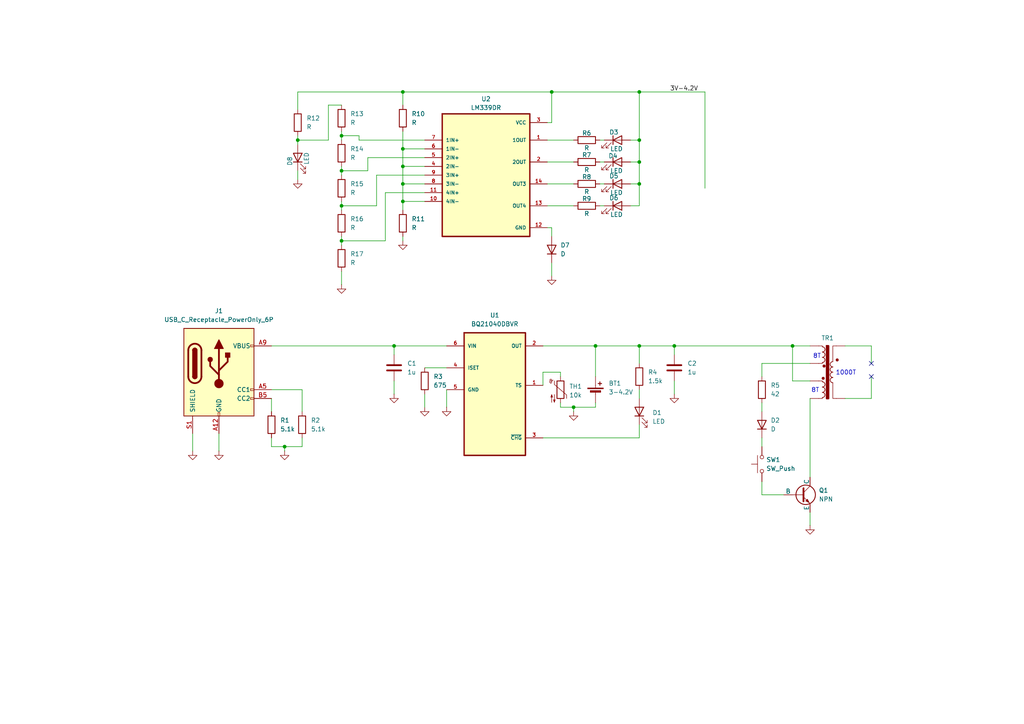
<source format=kicad_sch>
(kicad_sch (version 20250114) (generator "eeschema") (generator_version "9.0")
  (paper "A4")
  (lib_symbols
    (symbol "AlphaF:BQ21040DBVR" (pin_names (offset 1.016))
      (property "Reference" "U1" (at 0 15.24 0))
      (property "Value" "BQ21040DBVR" (at 0 12.7 0))
      (symbol "BQ21040DBVR_0_0"
        (rectangle (start -8.89 10.16) (end 8.89 -25.4) (stroke (width 0.41)) (fill (type background)))
        (pin input line (at -13.97 6.35 0) (length 5.08) (name "VIN") (number "6"))
        (pin input line (at -13.97 0 0) (length 5.08) (name "ISET") (number "4"))
        (pin power_in line (at -13.97 -6.35 0) (length 5.08) (name "GND") (number "5"))
        (pin output line (at 13.97 6.35 180) (length 5.08) (name "OUT") (number "2"))
        (pin input line (at 13.97 -5.08 180) (length 5.08) (name "TS") (number "1"))
        (pin output line (at 13.97 -20.32 180) (length 5.08) (name "~{CHG}") (number "3"))
      )
    )
    (symbol "AlphaF:LM339DR" (pin_names (offset 1.016))
      (property "Reference" "U2" (at 0 22.86 0))
      (property "Value" "LM339DR" (at 0 20.32 0))
      (symbol "LM339DR_0_0"
        (rectangle (start -12.7 17.78) (end 12.7 -17.78) (stroke (width 0.41)) (fill (type background)))
        (pin input line (at -17.78 10.16 0) (length 5.08) (name "1IN+") (number "7"))
        (pin input line (at -17.78 7.62 0) (length 5.08) (name "1IN-") (number "6"))
        (pin input line (at -17.78 5.08 0) (length 5.08) (name "2IN+") (number "5"))
        (pin input line (at -17.78 2.54 0) (length 5.08) (name "2IN-") (number "4"))
        (pin input line (at -17.78 0 0) (length 5.08) (name "3IN+") (number "9"))
        (pin input line (at -17.78 -2.54 0) (length 5.08) (name "3IN-") (number "8"))
        (pin input line (at -17.78 -5.08 0) (length 5.08) (name "4IN+") (number "11"))
        (pin input line (at -17.78 -7.62 0) (length 5.08) (name "4IN-") (number "10"))
        (pin power_in line (at 17.78 15.24 180) (length 5.08) (name "VCC") (number "3"))
        (pin output line (at 17.78 10.16 180) (length 5.08) (name "1OUT") (number "1"))
        (pin output line (at 17.78 3.81 180) (length 5.08) (name "2OUT") (number "2"))
        (pin output line (at 17.78 -2.54 180) (length 5.08) (name "OUT3") (number "14"))
        (pin output line (at 17.78 -8.89 180) (length 5.08) (name "OUT4") (number "13"))
        (pin power_in line (at 17.78 -15.24 180) (length 5.08) (name "GND") (number "12"))
      )
    )
    (symbol "Connector:USB_C_Receptacle_PowerOnly_6P" (pin_names (offset 1.016))
      (property "Reference" "J" (at 0 16.51 0))
      (property "Value" "USB_C_Receptacle_PowerOnly_6P" (at 0 13.97 0))
      (symbol "USB_C_Receptacle_PowerOnly_6P_0_0"
        (rectangle (start -0.254 -12.7) (end 0.254 -11.684))
        (rectangle (start 10.16 7.874) (end 9.144 7.366))
        (rectangle (start 10.16 -4.826) (end 9.144 -5.334))
        (rectangle (start 10.16 -7.366) (end 9.144 -7.874))
      )
      (symbol "USB_C_Receptacle_PowerOnly_6P_0_1"
        (rectangle (start -10.16 12.7) (end 10.16 -12.7) (stroke (width 0.254)) (fill (type background)))
        (polyline (pts (xy -8.89 -1.27) (xy -8.89 6.35)) (stroke (width 0.508)))
        (rectangle (start -7.62 -1.27) (end -6.35 6.35) (stroke (width 0.254)) (fill (type outline)))
        (arc (start -7.62 6.35) (mid -6.985 6.9823) (end -6.35 6.35) (stroke (width 0.254)))
        (arc (start -7.62 6.35) (mid -6.985 6.9823) (end -6.35 6.35) (stroke (width 0.254)) (fill (type outline)))
        (arc (start -8.89 6.35) (mid -6.985 8.2467) (end -5.08 6.35) (stroke (width 0.508)))
        (arc (start -5.08 -1.27) (mid -6.985 -3.1667) (end -8.89 -1.27) (stroke (width 0.508)))
        (arc (start -6.35 -1.27) (mid -6.985 -1.9023) (end -7.62 -1.27) (stroke (width 0.254)))
        (arc (start -6.35 -1.27) (mid -6.985 -1.9023) (end -7.62 -1.27) (stroke (width 0.254)) (fill (type outline)))
        (polyline (pts (xy -5.08 6.35) (xy -5.08 -1.27)) (stroke (width 0.508)))
        (circle (center -2.54 3.683) (radius 0.635) (stroke (width 0.254)) (fill (type outline)))
        (polyline (pts (xy -1.27 6.858) (xy 0 9.398) (xy 1.27 6.858) (xy -1.27 6.858)) (stroke (width 0.254)) (fill (type outline)))
        (polyline (pts (xy 0 0.508) (xy 2.54 3.048) (xy 2.54 4.318)) (stroke (width 0.508)))
        (polyline (pts (xy 0 -0.762) (xy -2.54 1.778) (xy -2.54 3.048)) (stroke (width 0.508)))
        (polyline (pts (xy 0 -3.302) (xy 0 6.858)) (stroke (width 0.508)))
        (circle (center 0 -3.302) (radius 1.27) (fill (type outline)))
        (rectangle (start 1.905 4.318) (end 3.175 5.588) (stroke (width 0.254)) (fill (type outline)))
      )
      (symbol "USB_C_Receptacle_PowerOnly_6P_1_1"
        (pin passive line (at -7.62 -17.78 90) (length 5.08) (name "SHIELD") (number "S1"))
        (pin passive line (at 0 -17.78 90) (length 5.08) (name "GND") (number "A12"))
        (pin passive line (at 0 -17.78 90) (length 5.08) (hide yes) (name "GND") (number "B12"))
        (pin passive line (at 15.24 7.62 180) (length 5.08) (name "VBUS") (number "A9"))
        (pin passive line (at 15.24 7.62 180) (length 5.08) (hide yes) (name "VBUS") (number "B9"))
        (pin bidirectional line (at 15.24 -5.08 180) (length 5.08) (name "CC1") (number "A5"))
        (pin bidirectional line (at 15.24 -7.62 180) (length 5.08) (name "CC2") (number "B5"))
      )
    )
    (symbol "Device:Battery_Cell" (pin_numbers (hide yes)) (pin_names (offset 0) (hide yes))
      (property "Reference" "BT" (at 2.54 2.54 0))
      (property "Value" "Battery_Cell" (at 2.54 0 0))
      (symbol "Battery_Cell_0_1"
        (rectangle (start -2.286 1.778) (end 2.286 1.524) (fill (type outline)))
        (rectangle (start -1.524 1.016) (end 1.524 0.508) (fill (type outline)))
        (polyline (pts (xy 0 1.778) (xy 0 2.54)))
        (polyline (pts (xy 0 0.762) (xy 0 0)))
        (polyline (pts (xy 0.762 3.048) (xy 1.778 3.048)) (stroke (width 0.254)))
        (polyline (pts (xy 1.27 3.556) (xy 1.27 2.54)) (stroke (width 0.254)))
      )
      (symbol "Battery_Cell_1_1"
        (pin passive line (at 0 5.08 270) (length 2.54) (name "+") (number "1"))
        (pin passive line (at 0 -2.54 90) (length 2.54) (name "-") (number "2"))
      )
    )
    (symbol "Device:C" (pin_numbers (hide yes)) (pin_names (offset 0.254))
      (property "Reference" "C" (at 0.635 2.54 0))
      (property "Value" "C" (at 0.635 -2.54 0))
      (symbol "C_0_1"
        (polyline (pts (xy -2.032 0.762) (xy 2.032 0.762)) (stroke (width 0.508)))
        (polyline (pts (xy -2.032 -0.762) (xy 2.032 -0.762)) (stroke (width 0.508)))
      )
      (symbol "C_1_1"
        (pin passive line (at 0 3.81 270) (length 2.794) (name "~") (number "1"))
        (pin passive line (at 0 -3.81 90) (length 2.794) (name "~") (number "2"))
      )
    )
    (symbol "Device:D" (pin_numbers (hide yes)) (pin_names (offset 1.016) (hide yes))
      (property "Reference" "D" (at 0 2.54 0))
      (property "Value" "D" (at 0 -2.54 0))
      (symbol "D_0_1"
        (polyline (pts (xy -1.27 1.27) (xy -1.27 -1.27)) (stroke (width 0.254)))
        (polyline (pts (xy 1.27 1.27) (xy 1.27 -1.27) (xy -1.27 0) (xy 1.27 1.27)) (stroke (width 0.254)))
        (polyline (pts (xy 1.27 0) (xy -1.27 0)))
      )
      (symbol "D_1_1"
        (pin passive line (at -3.81 0 0) (length 2.54) (name "K") (number "1"))
        (pin passive line (at 3.81 0 180) (length 2.54) (name "A") (number "2"))
      )
    )
    (symbol "Device:LED" (pin_numbers (hide yes)) (pin_names (offset 1.016) (hide yes))
      (property "Reference" "D" (at 0 2.54 0))
      (property "Value" "LED" (at 0 -2.54 0))
      (symbol "LED_0_1"
        (polyline (pts (xy -3.048 -0.762) (xy -4.572 -2.286) (xy -3.81 -2.286) (xy -4.572 -2.286) (xy -4.572 -1.524)))
        (polyline (pts (xy -1.778 -0.762) (xy -3.302 -2.286) (xy -2.54 -2.286) (xy -3.302 -2.286) (xy -3.302 -1.524)))
        (polyline (pts (xy -1.27 0) (xy 1.27 0)))
        (polyline (pts (xy -1.27 -1.27) (xy -1.27 1.27)) (stroke (width 0.254)))
        (polyline (pts (xy 1.27 -1.27) (xy 1.27 1.27) (xy -1.27 0) (xy 1.27 -1.27)) (stroke (width 0.254)))
      )
      (symbol "LED_1_1"
        (pin passive line (at -3.81 0 0) (length 2.54) (name "K") (number "1"))
        (pin passive line (at 3.81 0 180) (length 2.54) (name "A") (number "2"))
      )
    )
    (symbol "Device:R" (pin_numbers (hide yes)) (pin_names (offset 0))
      (property "Reference" "R" (at 2.032 0 90))
      (property "Value" "R" (at 0 0 90))
      (symbol "R_0_1"
        (rectangle (start -1.016 -2.54) (end 1.016 2.54) (stroke (width 0.254)))
      )
      (symbol "R_1_1"
        (pin passive line (at 0 3.81 270) (length 1.27) (name "~") (number "1"))
        (pin passive line (at 0 -3.81 90) (length 1.27) (name "~") (number "2"))
      )
    )
    (symbol "Device:Thermistor_NTC" (pin_numbers (hide yes)) (pin_names (offset 0))
      (property "Reference" "TH" (at -4.445 0 90))
      (property "Value" "Thermistor_NTC" (at 3.175 0 90))
      (symbol "Thermistor_NTC_0_1"
        (arc (start -3.175 2.413) (mid -3.0506 2.3165) (end -3.048 2.159))
        (arc (start -3.048 2.794) (mid -2.9736 2.9736) (end -2.794 3.048))
        (arc (start -2.794 3.048) (mid -2.6144 2.9736) (end -2.54 2.794))
        (arc (start -2.794 2.54) (mid -2.9736 2.6144) (end -3.048 2.794))
        (arc (start -2.794 1.905) (mid -2.9736 1.9794) (end -3.048 2.159))
        (arc (start -2.54 2.159) (mid -2.6144 1.9794) (end -2.794 1.905))
        (arc (start -2.159 2.794) (mid -2.434 2.5608) (end -2.794 2.54))
        (polyline (pts (xy -2.54 2.159) (xy -2.54 2.794)))
        (polyline (pts (xy -2.54 -3.683) (xy -2.54 -1.397) (xy -2.794 -2.159) (xy -2.286 -2.159) (xy -2.54 -1.397) (xy -2.54 -1.651)) (fill (type outline)))
        (polyline (pts (xy -1.778 2.54) (xy -1.778 1.524) (xy 1.778 -1.524) (xy 1.778 -2.54)))
        (polyline (pts (xy -1.778 -1.397) (xy -1.778 -3.683) (xy -2.032 -2.921) (xy -1.524 -2.921) (xy -1.778 -3.683) (xy -1.778 -3.429)) (fill (type outline)))
        (rectangle (start -1.016 2.54) (end 1.016 -2.54) (stroke (width 0.254)))
      )
      (symbol "Thermistor_NTC_1_1"
        (pin passive line (at 0 3.81 270) (length 1.27) (name "~") (number "1"))
        (pin passive line (at 0 -3.81 90) (length 1.27) (name "~") (number "2"))
      )
    )
    (symbol "Simulation_SPICE:NPN" (pin_numbers (hide yes)) (pin_names (offset 0))
      (property "Reference" "Q" (at -2.54 7.62 0))
      (property "Value" "NPN" (at -2.54 5.08 0))
      (symbol "NPN_0_1"
        (polyline (pts (xy -2.54 0) (xy 0.635 0)) (stroke (width 0.1524)))
        (polyline (pts (xy 0.635 1.905) (xy 0.635 -1.905) (xy 0.635 -1.905)) (stroke (width 0.508)))
        (polyline (pts (xy 0.635 0.635) (xy 2.54 2.54)))
        (polyline (pts (xy 0.635 -0.635) (xy 2.54 -2.54) (xy 2.54 -2.54)))
        (circle (center 1.27 0) (radius 2.8194) (stroke (width 0.254)))
        (polyline (pts (xy 1.27 -1.778) (xy 1.778 -1.27) (xy 2.286 -2.286) (xy 1.27 -1.778) (xy 1.27 -1.778)) (fill (type outline)))
        (polyline (pts (xy 2.794 -1.27) (xy 2.794 -1.27)) (stroke (width 0.1524)))
        (polyline (pts (xy 2.794 -1.27) (xy 2.794 -1.27)) (stroke (width 0.1524)))
      )
      (symbol "NPN_1_1"
        (pin input line (at -5.08 0 0) (length 2.54) (name "B") (number "2"))
        (pin open_collector line (at 2.54 5.08 270) (length 2.54) (name "C") (number "1"))
        (pin open_emitter line (at 2.54 -5.08 90) (length 2.54) (name "E") (number "3"))
      )
    )
    (symbol "Switch:SW_Push" (pin_numbers (hide yes)) (pin_names (offset 1.016) (hide yes))
      (property "Reference" "SW" (at 1.27 2.54 0))
      (property "Value" "SW_Push" (at 0 -1.524 0))
      (symbol "SW_Push_0_1"
        (circle (center -2.032 0) (radius 0.508))
        (polyline (pts (xy 0 1.27) (xy 0 3.048)))
        (circle (center 2.032 0) (radius 0.508))
        (polyline (pts (xy 2.54 1.27) (xy -2.54 1.27)))
        (pin passive line (at -5.08 0 0) (length 2.54) (name "1") (number "1"))
        (pin passive line (at 5.08 0 180) (length 2.54) (name "2") (number "2"))
      )
    )
    (symbol "Transformer:TRANSF3" (pin_numbers (hide yes)) (pin_names (offset 0))
      (property "Reference" "TR" (at 0 8.89 0))
      (property "Value" "TRANSF3" (at 0 -8.89 0))
      (symbol "TRANSF3_0_1"
        (polyline (pts (xy -2.54 -7.62) (xy -1.524 -7.62) (xy -1.524 -3.048) (xy -1.524 -4.318)))
        (arc (start -1.524 3.048) (mid -0.7653 2.286) (end -1.524 1.524) (stroke (width 0.2032)))
        (arc (start -1.524 1.524) (mid -0.7653 0.762) (end -1.524 0) (stroke (width 0.2032)))
        (arc (start -1.524 0) (mid -0.7653 -0.762) (end -1.524 -1.524) (stroke (width 0.2032)))
        (arc (start -1.524 -1.524) (mid -0.7653 -2.286) (end -1.524 -3.048) (stroke (width 0.2032)))
        (polyline (pts (xy -1.524 3.048) (xy -1.524 7.62) (xy -2.54 7.62)))
        (rectangle (start -0.254 7.62) (end 0.254 -7.62) (stroke (width 0.508)) (fill (type outline)))
        (polyline (pts (xy 1.524 7.62) (xy 1.524 7.366) (xy 1.524 7.366)) (fill (type outline)))
        (polyline (pts (xy 1.524 7.62) (xy 2.54 7.62) (xy 2.54 7.62)))
        (polyline (pts (xy 1.524 2.54) (xy 1.524 2.794) (xy 1.524 2.794)) (fill (type outline)))
        (polyline (pts (xy 1.524 2.54) (xy 2.54 2.54) (xy 2.54 2.54)))
        (polyline (pts (xy 1.524 -2.54) (xy 1.524 -2.794) (xy 1.524 -2.794)) (fill (type outline)))
        (polyline (pts (xy 1.524 -2.54) (xy 2.54 -2.54) (xy 2.54 -2.54)))
        (polyline (pts (xy 1.524 -7.366) (xy 1.524 -7.62) (xy 1.524 -7.62)) (fill (type outline)))
        (arc (start 1.524 5.842) (mid 0.7653 6.604) (end 1.524 7.366) (stroke (width 0.2032)))
        (arc (start 1.524 4.318) (mid 0.7653 5.08) (end 1.524 5.842) (stroke (width 0.2032)))
        (arc (start 1.524 2.794) (mid 0.7653 3.556) (end 1.524 4.318) (stroke (width 0.2032)))
        (arc (start 1.524 -4.318) (mid 0.7653 -3.556) (end 1.524 -2.794) (stroke (width 0.2032)))
        (arc (start 1.524 -5.842) (mid 0.7653 -5.08) (end 1.524 -4.318) (stroke (width 0.2032)))
        (arc (start 1.524 -7.366) (mid 0.7653 -6.604) (end 1.524 -5.842) (stroke (width 0.2032)))
        (polyline (pts (xy 2.54 -7.62) (xy 1.524 -7.62) (xy 1.524 -7.62)))
      )
      (symbol "TRANSF3_1_1"
        (pin passive line (at -5.08 7.62 0) (length 2.54) (name "~") (number "1"))
        (pin passive line (at -5.08 -7.62 0) (length 2.54) (name "~") (number "2"))
        (pin passive line (at 5.08 7.62 180) (length 2.54) (name "~") (number "3"))
        (pin passive line (at 5.08 2.54 180) (length 2.54) (name "~") (number "4"))
        (pin passive line (at 5.08 -2.54 180) (length 2.54) (name "~") (number "5"))
        (pin passive line (at 5.08 -7.62 180) (length 2.54) (name "~") (number "6"))
      )
    )
    (symbol "power:GND" (power) (pin_numbers (hide yes)) (pin_names (offset 0) (hide yes))
      (property "Value" "GND" (at 0 -3.81 0))
      (symbol "GND_0_1"
        (polyline (pts (xy 0 0) (xy 0 -1.27) (xy 1.27 -1.27) (xy 0 -2.54) (xy -1.27 -1.27) (xy 0 -1.27)))
      )
      (symbol "GND_1_1"
        (pin power_in line (at 0 0 270) (length 0) (name "~") (number "1"))
      )
    )
  )
  (circle (center 238.76 109.728) (radius 0.3592) (stroke (width 0) (color 132 0 0 1)) (fill (type color) (color 132 0 0 1)))
  (circle (center 242.824 104.394) (radius 0.3592) (stroke (width 0) (color 132 0 0 1)) (fill (type color) (color 132 0 0 1)))
  (circle (center 239.014 106.172) (radius 0.3592) (stroke (width 0) (color 132 0 0 1)) (fill (type color) (color 132 0 0 1)))
  (text "8T\n" (at 236.474 113.284 0) (effects (font (size 1.27 1.27))))
  (text "1000T\n" (at 245.364 108.204 0) (effects (font (size 1.27 1.27))))
  (text "8T\n" (at 236.982 103.378 0) (effects (font (size 1.27 1.27))))
  (junction (at 82.55 129.54))
  (junction (at 116.84 43.18))
  (junction (at 114.3 100.33))
  (junction (at 99.06 69.85))
  (junction (at 99.06 49.53))
  (junction (at 185.42 46.99))
  (junction (at 185.42 100.33))
  (junction (at 116.84 48.26))
  (junction (at 185.42 53.34))
  (junction (at 116.84 26.67))
  (junction (at 166.37 118.11))
  (junction (at 229.87 100.33))
  (junction (at 99.06 39.37))
  (junction (at 160.02 26.67))
  (junction (at 116.84 58.42))
  (junction (at 86.36 40.64))
  (junction (at 185.42 26.67))
  (junction (at 195.58 100.33))
  (junction (at 172.72 100.33))
  (junction (at 185.42 40.64))
  (junction (at 99.06 59.69))
  (junction (at 116.84 53.34))
  (no_connect (at 252.73 109.22))
  (no_connect (at 252.73 105.41))
  (wire (pts (xy 160.02 66.04) (xy 160.02 68.58)))
  (wire (pts (xy 185.42 53.34) (xy 182.88 53.34)))
  (wire (pts (xy 234.95 148.59) (xy 234.95 152.4)))
  (wire (pts (xy 99.06 38.1) (xy 99.06 39.37)))
  (wire (pts (xy 162.56 107.95) (xy 162.56 109.22)))
  (wire (pts (xy 185.42 46.99) (xy 185.42 40.64)))
  (wire (pts (xy 195.58 110.49) (xy 195.58 114.3)))
  (wire (pts (xy 185.42 100.33) (xy 185.42 105.41)))
  (wire (pts (xy 99.06 48.26) (xy 99.06 49.53)))
  (wire (pts (xy 86.36 39.37) (xy 86.36 40.64)))
  (wire (pts (xy 99.06 49.53) (xy 99.06 50.8)))
  (wire (pts (xy 185.42 53.34) (xy 185.42 46.99)))
  (wire (pts (xy 173.99 46.99) (xy 175.26 46.99)))
  (wire (pts (xy 185.42 113.03) (xy 185.42 115.57)))
  (wire (pts (xy 220.98 105.41) (xy 220.98 109.22)))
  (wire (pts (xy 160.02 80.01) (xy 160.02 76.2)))
  (wire (pts (xy 173.99 59.69) (xy 175.26 59.69)))
  (wire (pts (xy 104.14 40.64) (xy 104.14 39.37)))
  (wire (pts (xy 158.75 59.69) (xy 166.37 59.69)))
  (wire (pts (xy 185.42 26.67) (xy 204.47 26.67)))
  (wire (pts (xy 162.56 118.11) (xy 162.56 116.84)))
  (wire (pts (xy 220.98 127) (xy 220.98 129.54)))
  (wire (pts (xy 87.63 129.54) (xy 82.55 129.54)))
  (wire (pts (xy 185.42 40.64) (xy 182.88 40.64)))
  (wire (pts (xy 109.22 59.69) (xy 99.06 59.69)))
  (wire (pts (xy 86.36 26.67) (xy 116.84 26.67)))
  (wire (pts (xy 82.55 129.54) (xy 78.74 129.54)))
  (wire (pts (xy 172.72 118.11) (xy 166.37 118.11)))
  (wire (pts (xy 99.06 58.42) (xy 99.06 59.69)))
  (wire (pts (xy 123.19 106.68) (xy 129.54 106.68)))
  (wire (pts (xy 87.63 113.03) (xy 78.74 113.03)))
  (wire (pts (xy 166.37 118.11) (xy 166.37 119.38)))
  (wire (pts (xy 86.36 26.67) (xy 86.36 31.75)))
  (wire (pts (xy 78.74 100.33) (xy 114.3 100.33)))
  (wire (pts (xy 86.36 40.64) (xy 86.36 41.91)))
  (wire (pts (xy 99.06 69.85) (xy 99.06 71.12)))
  (wire (pts (xy 123.19 114.3) (xy 123.19 118.11)))
  (wire (pts (xy 111.76 55.88) (xy 111.76 69.85)))
  (wire (pts (xy 116.84 48.26) (xy 123.19 48.26)))
  (wire (pts (xy 157.48 107.95) (xy 162.56 107.95)))
  (wire (pts (xy 123.19 40.64) (xy 104.14 40.64)))
  (wire (pts (xy 234.95 110.49) (xy 229.87 110.49)))
  (wire (pts (xy 129.54 118.11) (xy 129.54 113.03)))
  (wire (pts (xy 220.98 116.84) (xy 220.98 119.38)))
  (wire (pts (xy 229.87 110.49) (xy 229.87 100.33)))
  (wire (pts (xy 157.48 111.76) (xy 157.48 107.95)))
  (wire (pts (xy 104.14 39.37) (xy 99.06 39.37)))
  (wire (pts (xy 195.58 100.33) (xy 195.58 102.87)))
  (wire (pts (xy 185.42 46.99) (xy 182.88 46.99)))
  (wire (pts (xy 245.11 100.33) (xy 252.73 100.33)))
  (wire (pts (xy 123.19 45.72) (xy 106.68 45.72)))
  (wire (pts (xy 95.25 30.48) (xy 95.25 40.64)))
  (wire (pts (xy 185.42 59.69) (xy 185.42 53.34)))
  (wire (pts (xy 185.42 59.69) (xy 182.88 59.69)))
  (wire (pts (xy 99.06 39.37) (xy 99.06 40.64)))
  (wire (pts (xy 116.84 58.42) (xy 116.84 60.96)))
  (wire (pts (xy 160.02 35.56) (xy 158.75 35.56)))
  (wire (pts (xy 106.68 49.53) (xy 99.06 49.53)))
  (wire (pts (xy 172.72 100.33) (xy 172.72 109.22)))
  (wire (pts (xy 172.72 116.84) (xy 172.72 118.11)))
  (wire (pts (xy 166.37 118.11) (xy 162.56 118.11)))
  (wire (pts (xy 99.06 68.58) (xy 99.06 69.85)))
  (wire (pts (xy 160.02 26.67) (xy 185.42 26.67)))
  (wire (pts (xy 111.76 69.85) (xy 99.06 69.85)))
  (wire (pts (xy 116.84 43.18) (xy 123.19 43.18)))
  (wire (pts (xy 173.99 40.64) (xy 175.26 40.64)))
  (wire (pts (xy 87.63 127) (xy 87.63 129.54)))
  (wire (pts (xy 234.95 115.57) (xy 234.95 138.43)))
  (wire (pts (xy 86.36 49.53) (xy 86.36 52.07)))
  (wire (pts (xy 116.84 53.34) (xy 123.19 53.34)))
  (wire (pts (xy 114.3 110.49) (xy 114.3 114.3)))
  (wire (pts (xy 185.42 123.19) (xy 185.42 127)))
  (wire (pts (xy 82.55 129.54) (xy 82.55 130.81)))
  (wire (pts (xy 95.25 40.64) (xy 86.36 40.64)))
  (wire (pts (xy 195.58 100.33) (xy 229.87 100.33)))
  (wire (pts (xy 116.84 68.58) (xy 116.84 69.85)))
  (wire (pts (xy 220.98 143.51) (xy 227.33 143.51)))
  (wire (pts (xy 116.84 26.67) (xy 116.84 30.48)))
  (wire (pts (xy 252.73 100.33) (xy 252.73 105.41)))
  (wire (pts (xy 158.75 46.99) (xy 166.37 46.99)))
  (wire (pts (xy 158.75 40.64) (xy 166.37 40.64)))
  (wire (pts (xy 220.98 105.41) (xy 234.95 105.41)))
  (wire (pts (xy 220.98 139.7) (xy 220.98 143.51)))
  (wire (pts (xy 185.42 100.33) (xy 195.58 100.33)))
  (wire (pts (xy 252.73 109.22) (xy 252.73 115.57)))
  (wire (pts (xy 173.99 53.34) (xy 175.26 53.34)))
  (wire (pts (xy 160.02 66.04) (xy 158.75 66.04)))
  (wire (pts (xy 158.75 53.34) (xy 166.37 53.34)))
  (wire (pts (xy 116.84 48.26) (xy 116.84 53.34)))
  (wire (pts (xy 116.84 43.18) (xy 116.84 48.26)))
  (wire (pts (xy 245.11 115.57) (xy 252.73 115.57)))
  (wire (pts (xy 116.84 38.1) (xy 116.84 43.18)))
  (wire (pts (xy 114.3 100.33) (xy 129.54 100.33)))
  (wire (pts (xy 99.06 78.74) (xy 99.06 82.55)))
  (wire (pts (xy 114.3 100.33) (xy 114.3 102.87)))
  (wire (pts (xy 87.63 119.38) (xy 87.63 113.03)))
  (wire (pts (xy 172.72 100.33) (xy 185.42 100.33)))
  (wire (pts (xy 116.84 53.34) (xy 116.84 58.42)))
  (wire (pts (xy 204.47 26.67) (xy 204.47 54.61)))
  (wire (pts (xy 116.84 26.67) (xy 160.02 26.67)))
  (wire (pts (xy 63.5 125.73) (xy 63.5 130.81)))
  (wire (pts (xy 109.22 50.8) (xy 109.22 59.69)))
  (wire (pts (xy 123.19 55.88) (xy 111.76 55.88)))
  (wire (pts (xy 99.06 59.69) (xy 99.06 60.96)))
  (wire (pts (xy 116.84 58.42) (xy 123.19 58.42)))
  (wire (pts (xy 78.74 127) (xy 78.74 129.54)))
  (wire (pts (xy 78.74 115.57) (xy 78.74 119.38)))
  (wire (pts (xy 185.42 127) (xy 157.48 127)))
  (wire (pts (xy 123.19 50.8) (xy 109.22 50.8)))
  (wire (pts (xy 229.87 100.33) (xy 234.95 100.33)))
  (wire (pts (xy 106.68 45.72) (xy 106.68 49.53)))
  (wire (pts (xy 185.42 26.67) (xy 185.42 40.64)))
  (wire (pts (xy 55.88 125.73) (xy 55.88 130.81)))
  (wire (pts (xy 157.48 100.33) (xy 172.72 100.33)))
  (wire (pts (xy 99.06 30.48) (xy 95.25 30.48)))
  (wire (pts (xy 160.02 26.67) (xy 160.02 35.56)))
  (label "3V-4.2V" (at 194.31 26.67 0))
  (symbol (lib_id "power:GND") (at 234.95 152.4 0) (unit 1)
    (property "Reference" "#PWR09" (effects (hide yes)))
    (property "Value" "GND" (effects (hide yes)))
    (property "Description" "Power symbol creates a global label with name \"GND\" , ground" (effects (hide yes)))
  )
  (symbol (lib_id "power:GND") (at 86.36 52.07 0) (unit 1)
    (property "Reference" "#PWR012" (effects (hide yes)))
    (property "Value" "GND" (effects (hide yes)))
    (property "Description" "Power symbol creates a global label with name \"GND\" , ground" (effects (hide yes)))
  )
  (symbol (lib_id "Device:R") (at 170.18 59.69 90) (unit 1)
    (property "Reference" "R9" (at 170.18 57.658 90))
    (property "Value" "R" (at 170.18 61.976 90))
    (property "Description" "Resistor" (effects (hide yes)))
  )
  (symbol (lib_id "Device:R") (at 99.06 34.29 0) (unit 1)
    (property "Reference" "R13" (at 101.6 33.0199 0) (effects (justify left)))
    (property "Value" "R" (at 101.6 35.5599 0) (effects (justify left)))
    (property "Description" "Resistor" (effects (hide yes)))
  )
  (symbol (lib_id "Simulation_SPICE:NPN") (at 232.41 143.51 0) (unit 1)
    (property "Reference" "Q1" (at 237.49 142.2399 0) (effects (justify left)))
    (property "Value" "NPN" (at 237.49 144.7799 0) (effects (justify left)))
    (property "Datasheet" "https://ngspice.sourceforge.io/docs/ngspice-html-manual/manual.xhtml#cha_BJTs" (effects (hide yes)))
    (property "Description" "Bipolar transistor symbol for simulation only, substrate tied to the emitter" (effects (hide yes)))
    (property "Sim.Device" "NPN" (effects (hide yes)))
    (property "Sim.Type" "GUMMELPOON" (effects (hide yes)))
    (property "Sim.Pins" "1=C 2=B 3=E" (effects (hide yes)))
  )
  (symbol (lib_id "power:GND") (at 82.55 130.81 0) (unit 1)
    (property "Reference" "#PWR03" (effects (hide yes)))
    (property "Value" "GND" (effects (hide yes)))
    (property "Description" "Power symbol creates a global label with name \"GND\" , ground" (effects (hide yes)))
  )
  (symbol (lib_id "Device:R") (at 170.18 40.64 90) (unit 1)
    (property "Reference" "R6" (at 170.18 38.608 90))
    (property "Value" "R" (at 170.18 42.926 90))
    (property "Description" "Resistor" (effects (hide yes)))
  )
  (symbol (lib_id "power:GND") (at 99.06 82.55 0) (unit 1)
    (property "Reference" "#PWR013" (effects (hide yes)))
    (property "Value" "GND" (effects (hide yes)))
    (property "Description" "Power symbol creates a global label with name \"GND\" , ground" (effects (hide yes)))
  )
  (symbol (lib_id "Device:LED") (at 179.07 46.99 0) (unit 1)
    (property "Reference" "D4" (at 177.8 45.212 0))
    (property "Value" "LED" (at 178.816 49.53 0))
    (property "Description" "Light emitting diode" (effects (hide yes)))
    (property "Sim.Pins" "1=K 2=A" (effects (hide yes)))
  )
  (symbol (lib_id "Device:LED") (at 185.42 119.38 90) (unit 1)
    (property "Reference" "D1" (at 189.23 119.6974 90) (effects (justify right)))
    (property "Value" "LED" (at 189.23 122.2374 90) (effects (justify right)))
    (property "Footprint" "Diode_SMD:D_0603_1608Metric_Pad1.05x0.95mm_HandSolder" (effects (hide yes)))
    (property "Description" "Light emitting diode" (effects (hide yes)))
    (property "Sim.Pins" "1=K 2=A" (effects (hide yes)))
  )
  (symbol (lib_id "power:GND") (at 123.19 118.11 0) (unit 1)
    (property "Reference" "#PWR05" (effects (hide yes)))
    (property "Value" "GND" (effects (hide yes)))
    (property "Description" "Power symbol creates a global label with name \"GND\" , ground" (effects (hide yes)))
  )
  (symbol (lib_id "power:GND") (at 166.37 119.38 0) (unit 1)
    (property "Reference" "#PWR07" (effects (hide yes)))
    (property "Value" "GND" (effects (hide yes)))
    (property "Description" "Power symbol creates a global label with name \"GND\" , ground" (effects (hide yes)))
  )
  (symbol (lib_id "Device:R") (at 170.18 46.99 90) (unit 1)
    (property "Reference" "R7" (at 170.18 44.958 90))
    (property "Value" "R" (at 170.18 49.276 90))
    (property "Description" "Resistor" (effects (hide yes)))
  )
  (symbol (lib_id "Device:R") (at 78.74 123.19 0) (unit 1)
    (property "Reference" "R1" (at 81.28 121.9199 0) (effects (justify left)))
    (property "Value" "5.1k" (at 81.28 124.4599 0) (effects (justify left)))
    (property "Footprint" "Resistor_SMD:R_0603_1608Metric_Pad0.98x0.95mm_HandSolder" (effects (hide yes)))
    (property "Description" "Resistor" (effects (hide yes)))
  )
  (symbol (lib_id "Device:R") (at 87.63 123.19 0) (unit 1)
    (property "Reference" "R2" (at 90.17 121.9199 0) (effects (justify left)))
    (property "Value" "5.1k" (at 90.17 124.4599 0) (effects (justify left)))
    (property "Footprint" "Resistor_SMD:R_0603_1608Metric_Pad0.98x0.95mm_HandSolder" (effects (hide yes)))
    (property "Description" "Resistor" (effects (hide yes)))
  )
  (symbol (lib_id "Device:D") (at 220.98 123.19 90) (unit 1)
    (property "Reference" "D2" (at 223.52 121.9199 90) (effects (justify right)))
    (property "Value" "D" (at 223.52 124.4599 90) (effects (justify right)))
    (property "Description" "Diode" (effects (hide yes)))
    (property "Sim.Device" "D" (effects (hide yes)))
    (property "Sim.Pins" "1=K 2=A" (effects (hide yes)))
  )
  (symbol (lib_id "power:GND") (at 114.3 114.3 0) (unit 1)
    (property "Reference" "#PWR04" (effects (hide yes)))
    (property "Value" "GND" (effects (hide yes)))
    (property "Description" "Power symbol creates a global label with name \"GND\" , ground" (effects (hide yes)))
  )
  (symbol (lib_id "power:GND") (at 129.54 118.11 0) (unit 1)
    (property "Reference" "#PWR06" (effects (hide yes)))
    (property "Value" "GND" (effects (hide yes)))
    (property "Description" "Power symbol creates a global label with name \"GND\" , ground" (effects (hide yes)))
  )
  (symbol (lib_id "Device:R") (at 170.18 53.34 90) (unit 1)
    (property "Reference" "R8" (at 170.18 51.308 90))
    (property "Value" "R" (at 170.18 55.626 90))
    (property "Description" "Resistor" (effects (hide yes)))
  )
  (symbol (lib_id "Switch:SW_Push") (at 220.98 134.62 90) (unit 1)
    (property "Reference" "SW1" (at 222.25 133.3499 90) (effects (justify right)))
    (property "Value" "SW_Push" (at 222.25 135.8899 90) (effects (justify right)))
    (property "Description" "Push button switch, generic, two pins" (effects (hide yes)))
  )
  (symbol (lib_id "Device:C") (at 195.58 106.68 0) (unit 1)
    (property "Reference" "C2" (at 199.39 105.4099 0) (effects (justify left)))
    (property "Value" "1u" (at 199.39 107.9499 0) (effects (justify left)))
    (property "Footprint" "Capacitor_SMD:C_0603_1608Metric_Pad1.08x0.95mm_HandSolder" (effects (hide yes)))
    (property "Description" "Unpolarized capacitor" (effects (hide yes)))
  )
  (symbol (lib_id "Device:Thermistor_NTC") (at 162.56 113.03 0) (unit 1)
    (property "Reference" "TH1" (at 165.1 112.0774 0) (effects (justify left)))
    (property "Value" "10k" (at 165.1 114.6174 0) (effects (justify left)))
    (property "Description" "Temperature dependent resistor, negative temperature coefficient" (effects (hide yes)))
  )
  (symbol (lib_id "power:GND") (at 160.02 80.01 0) (unit 1)
    (property "Reference" "#PWR010" (effects (hide yes)))
    (property "Value" "GND" (effects (hide yes)))
    (property "Description" "Power symbol creates a global label with name \"GND\" , ground" (effects (hide yes)))
  )
  (symbol (lib_id "power:GND") (at 116.84 69.85 0) (unit 1)
    (property "Reference" "#PWR011" (effects (hide yes)))
    (property "Value" "GND" (effects (hide yes)))
    (property "Description" "Power symbol creates a global label with name \"GND\" , ground" (effects (hide yes)))
  )
  (symbol (lib_id "Device:R") (at 86.36 35.56 0) (unit 1)
    (property "Reference" "R12" (at 88.9 34.2899 0) (effects (justify left)))
    (property "Value" "R" (at 88.9 36.8299 0) (effects (justify left)))
    (property "Description" "Resistor" (effects (hide yes)))
  )
  (symbol (lib_id "Device:LED") (at 86.36 45.72 90) (unit 1)
    (property "Reference" "D8" (at 84.074 46.736 0))
    (property "Value" "LED" (at 88.9 45.974 0))
    (property "Description" "Light emitting diode" (effects (hide yes)))
    (property "Sim.Pins" "1=K 2=A" (effects (hide yes)))
  )
  (symbol (lib_id "AlphaF:BQ21040DBVR") (at 143.51 106.68 0) (unit 1)
    (property "Reference" "U1" (at 143.51 91.44 0))
    (property "Value" "BQ21040DBVR" (at 143.51 93.98 0))
    (property "Footprint" "AlphaF:SOT95P280X145-6N" (effects (hide yes)))
    (property "Datasheet" "https://www.ti.com/lit/ds/symlink/bq21040.pdf?HQS=dis-dk-null-digikeymode-dsf-pf-null-wwe&ts=1751471113532&ref_url=https%253A%252F%252Fwww.ti.com%252Fgeneral%252Fdocs%252Fsuppproductinfo.tsp%253FdistId%253D10%2526gotoUrl%253Dhttps%253A%252F%252Fwww.ti.com%252Flit%252Fgpn%252Fbq21040" (effects (hide yes)))
  )
  (symbol (lib_id "Device:Battery_Cell") (at 172.72 114.3 0) (unit 1)
    (property "Reference" "BT1" (at 176.53 111.1884 0) (effects (justify left)))
    (property "Value" "3-4.2V" (at 176.53 113.7284 0) (effects (justify left)))
    (property "Description" "Single-cell battery" (effects (hide yes)))
  )
  (symbol (lib_id "power:GND") (at 63.5 130.81 0) (unit 1)
    (property "Reference" "#PWR02" (effects (hide yes)))
    (property "Value" "GND" (effects (hide yes)))
    (property "Description" "Power symbol creates a global label with name \"GND\" , ground" (effects (hide yes)))
  )
  (symbol (lib_id "Device:R") (at 99.06 54.61 0) (unit 1)
    (property "Reference" "R15" (at 101.6 53.3399 0) (effects (justify left)))
    (property "Value" "R" (at 101.6 55.8799 0) (effects (justify left)))
    (property "Description" "Resistor" (effects (hide yes)))
  )
  (symbol (lib_id "Device:LED") (at 179.07 53.34 0) (unit 1)
    (property "Reference" "D5" (at 178.054 51.054 0))
    (property "Value" "LED" (at 178.816 55.88 0))
    (property "Description" "Light emitting diode" (effects (hide yes)))
    (property "Sim.Pins" "1=K 2=A" (effects (hide yes)))
  )
  (symbol (lib_id "Device:LED") (at 179.07 59.69 0) (unit 1)
    (property "Reference" "D6" (at 178.054 57.404 0))
    (property "Value" "LED" (at 178.816 62.23 0))
    (property "Description" "Light emitting diode" (effects (hide yes)))
    (property "Sim.Pins" "1=K 2=A" (effects (hide yes)))
  )
  (symbol (lib_id "Device:R") (at 116.84 34.29 0) (unit 1)
    (property "Reference" "R10" (at 119.38 33.0199 0) (effects (justify left)))
    (property "Value" "R" (at 119.38 35.5599 0) (effects (justify left)))
    (property "Description" "Resistor" (effects (hide yes)))
  )
  (symbol (lib_id "Device:R") (at 99.06 64.77 0) (unit 1)
    (property "Reference" "R16" (at 101.6 63.4999 0) (effects (justify left)))
    (property "Value" "R" (at 101.6 66.0399 0) (effects (justify left)))
    (property "Description" "Resistor" (effects (hide yes)))
  )
  (symbol (lib_id "Connector:USB_C_Receptacle_PowerOnly_6P") (at 63.5 107.95 0) (unit 1)
    (property "Reference" "J1" (at 63.5 90.17 0))
    (property "Value" "USB_C_Receptacle_PowerOnly_6P" (at 63.5 92.71 0))
    (property "Footprint" "AlphaF:GCT_USB4125-GF-A_REVA2" (effects (hide yes)))
    (property "Datasheet" "https://www.usb.org/sites/default/files/documents/usb_type-c.zip" (effects (hide yes)))
    (property "Description" "USB Power-Only 6P Type-C Receptacle connector" (effects (hide yes)))
  )
  (symbol (lib_id "Transformer:TRANSF3") (at 240.03 107.95 180) (unit 1)
    (property "Reference" "TR1" (at 240.03 98.044 0))
    (property "Value" "16:1000" (effects (hide yes)))
  )
  (symbol (lib_id "Device:R") (at 99.06 74.93 0) (unit 1)
    (property "Reference" "R17" (at 101.6 73.6599 0) (effects (justify left)))
    (property "Value" "R" (at 101.6 76.1999 0) (effects (justify left)))
    (property "Description" "Resistor" (effects (hide yes)))
  )
  (symbol (lib_id "Device:R") (at 123.19 110.49 0) (unit 1)
    (property "Reference" "R3" (at 125.73 109.2199 0) (effects (justify left)))
    (property "Value" "675" (at 125.73 111.7599 0) (effects (justify left)))
    (property "Footprint" "Resistor_SMD:R_0603_1608Metric_Pad0.98x0.95mm_HandSolder" (effects (hide yes)))
    (property "Description" "Resistor" (effects (hide yes)))
  )
  (symbol (lib_id "Device:R") (at 99.06 44.45 0) (unit 1)
    (property "Reference" "R14" (at 101.6 43.1799 0) (effects (justify left)))
    (property "Value" "R" (at 101.6 45.7199 0) (effects (justify left)))
    (property "Description" "Resistor" (effects (hide yes)))
  )
  (symbol (lib_id "Device:LED") (at 179.07 40.64 0) (unit 1)
    (property "Reference" "D3" (at 178.054 38.354 0))
    (property "Value" "LED" (at 178.816 43.18 0))
    (property "Description" "Light emitting diode" (effects (hide yes)))
    (property "Sim.Pins" "1=K 2=A" (effects (hide yes)))
  )
  (symbol (lib_id "Device:R") (at 116.84 64.77 0) (unit 1)
    (property "Reference" "R11" (at 119.38 63.4999 0) (effects (justify left)))
    (property "Value" "R" (at 119.38 66.0399 0) (effects (justify left)))
    (property "Description" "Resistor" (effects (hide yes)))
  )
  (symbol (lib_id "Device:C") (at 114.3 106.68 0) (unit 1)
    (property "Reference" "C1" (at 118.11 105.4099 0) (effects (justify left)))
    (property "Value" "1u" (at 118.11 107.9499 0) (effects (justify left)))
    (property "Footprint" "Capacitor_SMD:C_0603_1608Metric_Pad1.08x0.95mm_HandSolder" (effects (hide yes)))
    (property "Description" "Unpolarized capacitor" (effects (hide yes)))
  )
  (symbol (lib_id "power:GND") (at 55.88 130.81 0) (unit 1)
    (property "Reference" "#PWR01" (effects (hide yes)))
    (property "Value" "GND" (effects (hide yes)))
    (property "Description" "Power symbol creates a global label with name \"GND\" , ground" (effects (hide yes)))
  )
  (symbol (lib_id "power:GND") (at 195.58 114.3 0) (unit 1)
    (property "Reference" "#PWR08" (effects (hide yes)))
    (property "Value" "GND" (effects (hide yes)))
    (property "Description" "Power symbol creates a global label with name \"GND\" , ground" (effects (hide yes)))
  )
  (symbol (lib_id "AlphaF:LM339DR") (at 140.97 50.8 0) (unit 1)
    (property "Reference" "U2" (at 140.97 28.702 0))
    (property "Value" "LM339DR" (at 140.97 31.242 0))
    (property "Footprint" "AlphaF:SOIC127P600X175-14N" (effects (hide yes)))
  )
  (symbol (lib_id "Device:R") (at 185.42 109.22 0) (unit 1)
    (property "Reference" "R4" (at 187.96 107.9499 0) (effects (justify left)))
    (property "Value" "1.5k" (at 187.96 110.4899 0) (effects (justify left)))
    (property "Footprint" "Resistor_SMD:R_0603_1608Metric_Pad0.98x0.95mm_HandSolder" (effects (hide yes)))
    (property "Description" "Resistor" (effects (hide yes)))
  )
  (symbol (lib_id "Device:R") (at 220.98 113.03 0) (unit 1)
    (property "Reference" "R5" (at 223.52 111.7599 0) (effects (justify left)))
    (property "Value" "42" (at 223.52 114.2999 0) (effects (justify left)))
    (property "Description" "Resistor" (effects (hide yes)))
  )
  (symbol (lib_id "Device:D") (at 160.02 72.39 90) (unit 1)
    (property "Reference" "D7" (at 162.56 71.1199 90) (effects (justify right)))
    (property "Value" "D" (at 162.56 73.6599 90) (effects (justify right)))
    (property "Description" "Diode" (effects (hide yes)))
    (property "Sim.Device" "D" (effects (hide yes)))
    (property "Sim.Pins" "1=K 2=A" (effects (hide yes)))
  )
)
</source>
